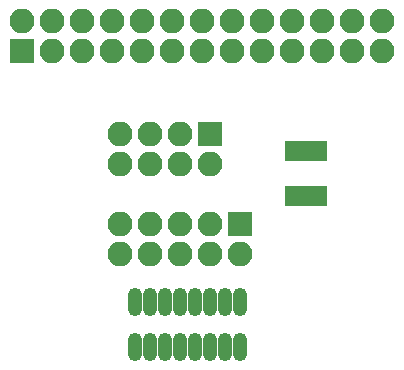
<source format=gts>
G04 #@! TF.FileFunction,Soldermask,Top*
%FSLAX46Y46*%
G04 Gerber Fmt 4.6, Leading zero omitted, Abs format (unit mm)*
G04 Created by KiCad (PCBNEW 4.0.6) date Sun Apr 30 02:44:44 2017*
%MOMM*%
%LPD*%
G01*
G04 APERTURE LIST*
%ADD10C,0.100000*%
%ADD11R,2.100000X2.100000*%
%ADD12O,2.100000X2.100000*%
%ADD13O,1.250000X2.400000*%
%ADD14R,1.900000X1.700000*%
%ADD15C,0.254000*%
G04 APERTURE END LIST*
D10*
D11*
X16935220Y-16935220D03*
D12*
X16935220Y-14395220D03*
X19475220Y-16935220D03*
X19475220Y-14395220D03*
X22015220Y-16935220D03*
X22015220Y-14395220D03*
X24555220Y-16935220D03*
X24555220Y-14395220D03*
X27095220Y-16935220D03*
X27095220Y-14395220D03*
X29635220Y-16935220D03*
X29635220Y-14395220D03*
X32175220Y-16935220D03*
X32175220Y-14395220D03*
X34715220Y-16935220D03*
X34715220Y-14395220D03*
X37255220Y-16935220D03*
X37255220Y-14395220D03*
X39795220Y-16935220D03*
X39795220Y-14395220D03*
X42335220Y-16935220D03*
X42335220Y-14395220D03*
X44875220Y-16935220D03*
X44875220Y-14395220D03*
X47415220Y-16935220D03*
X47415220Y-14395220D03*
D13*
X35368000Y-38162000D03*
X34098000Y-38162000D03*
X32828000Y-38162000D03*
X31558000Y-38162000D03*
X30288000Y-38162000D03*
X29018000Y-38162000D03*
X27748000Y-38162000D03*
X26478000Y-38162000D03*
X35368000Y-41972000D03*
X34098000Y-41972000D03*
X32828000Y-41972000D03*
X31558000Y-41972000D03*
X30288000Y-41972000D03*
X29018000Y-41972000D03*
X27748000Y-41972000D03*
X26478000Y-41972000D03*
D11*
X35350000Y-31550000D03*
D12*
X35350000Y-34090000D03*
X32810000Y-31550000D03*
X32810000Y-34090000D03*
X30270000Y-31550000D03*
X30270000Y-34090000D03*
X27730000Y-31550000D03*
X27730000Y-34090000D03*
X25190000Y-31550000D03*
X25190000Y-34090000D03*
D11*
X32810000Y-23930000D03*
D12*
X32810000Y-26470000D03*
X30270000Y-23930000D03*
X30270000Y-26470000D03*
X27730000Y-23930000D03*
X27730000Y-26470000D03*
X25190000Y-23930000D03*
X25190000Y-26470000D03*
D14*
X41810660Y-29201170D03*
X40110660Y-29201170D03*
X41850030Y-25417840D03*
X40150030Y-25417840D03*
D15*
G36*
X41402787Y-29810780D02*
X40526793Y-29810780D01*
X40518533Y-28604780D01*
X41394527Y-28604780D01*
X41402787Y-29810780D01*
X41402787Y-29810780D01*
G37*
X41402787Y-29810780D02*
X40526793Y-29810780D01*
X40518533Y-28604780D01*
X41394527Y-28604780D01*
X41402787Y-29810780D01*
G36*
X41413030Y-26007450D02*
X40567030Y-26007450D01*
X40567030Y-24861450D01*
X41413030Y-24861450D01*
X41413030Y-26007450D01*
X41413030Y-26007450D01*
G37*
X41413030Y-26007450D02*
X40567030Y-26007450D01*
X40567030Y-24861450D01*
X41413030Y-24861450D01*
X41413030Y-26007450D01*
M02*

</source>
